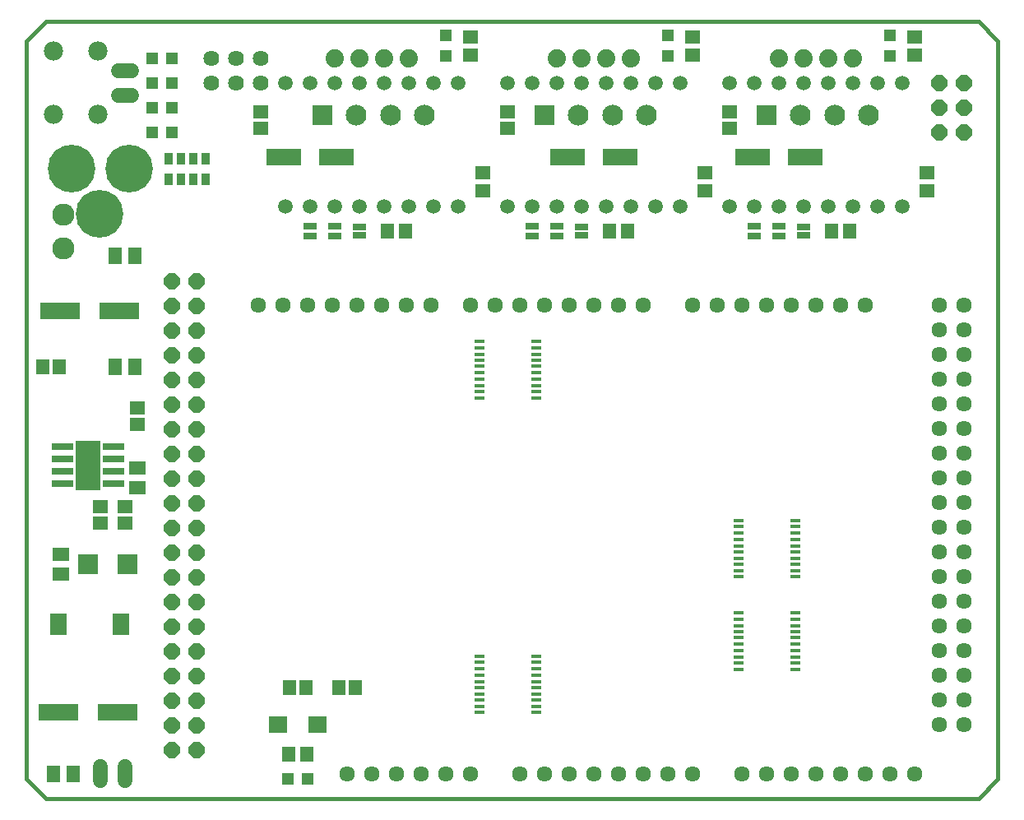
<source format=gts>
G75*
%MOIN*%
%OFA0B0*%
%FSLAX24Y24*%
%IPPOS*%
%LPD*%
%AMOC8*
5,1,8,0,0,1.08239X$1,22.5*
%
%ADD10C,0.0160*%
%ADD11C,0.0634*%
%ADD12R,0.0512X0.0512*%
%ADD13R,0.0552X0.0631*%
%ADD14C,0.0740*%
%ADD15C,0.0594*%
%ADD16C,0.0640*%
%ADD17R,0.0631X0.0552*%
%ADD18R,0.1418X0.0670*%
%ADD19C,0.1930*%
%ADD20C,0.0600*%
%ADD21R,0.0840X0.0840*%
%ADD22C,0.0840*%
%ADD23C,0.0900*%
%ADD24C,0.0780*%
%ADD25OC8,0.0640*%
%ADD26R,0.0540X0.0290*%
%ADD27R,0.0335X0.0473*%
%ADD28R,0.0906X0.0276*%
%ADD29R,0.1040X0.2040*%
%ADD30R,0.0670X0.0552*%
%ADD31R,0.0552X0.0670*%
%ADD32R,0.1615X0.0670*%
%ADD33R,0.0670X0.0906*%
%ADD34R,0.0394X0.0177*%
%ADD35R,0.0827X0.0827*%
%ADD36R,0.0749X0.0709*%
D10*
X002145Y001680D02*
X039940Y001680D01*
X040727Y002467D01*
X040727Y032389D01*
X039940Y033176D01*
X002145Y033176D01*
X001357Y032389D01*
X001357Y002467D01*
X002145Y001680D01*
D11*
X014357Y002680D03*
X015357Y002680D03*
X016357Y002680D03*
X017357Y002680D03*
X018357Y002680D03*
X019357Y002680D03*
X021357Y002680D03*
X022357Y002680D03*
X023357Y002680D03*
X024357Y002680D03*
X025357Y002680D03*
X026357Y002680D03*
X027357Y002680D03*
X028357Y002680D03*
X030357Y002680D03*
X031357Y002680D03*
X032357Y002680D03*
X033357Y002680D03*
X034357Y002680D03*
X035357Y002680D03*
X036357Y002680D03*
X037357Y002680D03*
X038357Y004680D03*
X039357Y004680D03*
X039357Y005680D03*
X038357Y005680D03*
X038357Y006680D03*
X039357Y006680D03*
X039357Y007680D03*
X038357Y007680D03*
X038357Y008680D03*
X039357Y008680D03*
X039357Y009680D03*
X038357Y009680D03*
X038357Y010680D03*
X038357Y011680D03*
X039357Y011680D03*
X039357Y010680D03*
X039357Y012680D03*
X038357Y012680D03*
X038357Y013680D03*
X039357Y013680D03*
X039357Y014680D03*
X038357Y014680D03*
X038357Y015680D03*
X039357Y015680D03*
X039357Y016680D03*
X038357Y016680D03*
X038357Y017680D03*
X039357Y017680D03*
X039357Y018680D03*
X038357Y018680D03*
X038357Y019680D03*
X039357Y019680D03*
X039357Y020680D03*
X038357Y020680D03*
X038357Y021680D03*
X039357Y021680D03*
X035357Y021680D03*
X034357Y021680D03*
X033357Y021680D03*
X032357Y021680D03*
X031357Y021680D03*
X030357Y021680D03*
X029357Y021680D03*
X028357Y021680D03*
X026357Y021680D03*
X025357Y021680D03*
X024357Y021680D03*
X023357Y021680D03*
X022357Y021680D03*
X021357Y021680D03*
X020357Y021680D03*
X019357Y021680D03*
X017757Y021680D03*
X016757Y021680D03*
X015757Y021680D03*
X014757Y021680D03*
X013757Y021680D03*
X012757Y021680D03*
X011757Y021680D03*
X010757Y021680D03*
D12*
X007271Y028680D03*
X006444Y028680D03*
X006444Y029680D03*
X007271Y029680D03*
X007271Y030680D03*
X006444Y030680D03*
X006444Y031680D03*
X007271Y031680D03*
X018357Y031767D03*
X018357Y032593D03*
X027357Y032593D03*
X027357Y031767D03*
X036357Y031767D03*
X036357Y032593D03*
X012771Y002480D03*
X011944Y002480D03*
D13*
X011983Y003480D03*
X012731Y003480D03*
X012692Y006180D03*
X012023Y006180D03*
X014023Y006180D03*
X014692Y006180D03*
X002692Y019180D03*
X002023Y019180D03*
X015983Y024680D03*
X016731Y024680D03*
X024983Y024680D03*
X025731Y024680D03*
X033983Y024680D03*
X034731Y024680D03*
D14*
X034857Y031680D03*
X033857Y031680D03*
X032857Y031680D03*
X031857Y031680D03*
X025857Y031680D03*
X024857Y031680D03*
X023857Y031680D03*
X022857Y031680D03*
X016857Y031680D03*
X015857Y031680D03*
X014857Y031680D03*
X013857Y031680D03*
D15*
X013857Y030680D03*
X014857Y030680D03*
X015857Y030680D03*
X016857Y030680D03*
X017857Y030680D03*
X018857Y030680D03*
X020857Y030680D03*
X021857Y030680D03*
X022857Y030680D03*
X023857Y030680D03*
X024857Y030680D03*
X025857Y030680D03*
X026857Y030680D03*
X027857Y030680D03*
X029857Y030680D03*
X030857Y030680D03*
X031857Y030680D03*
X032857Y030680D03*
X033857Y030680D03*
X034857Y030680D03*
X035857Y030680D03*
X036857Y030680D03*
X036857Y025680D03*
X035857Y025680D03*
X034857Y025680D03*
X033857Y025680D03*
X032857Y025680D03*
X031857Y025680D03*
X030857Y025680D03*
X029857Y025680D03*
X027857Y025680D03*
X026857Y025680D03*
X025857Y025680D03*
X024857Y025680D03*
X023857Y025680D03*
X022857Y025680D03*
X021857Y025680D03*
X020857Y025680D03*
X018857Y025680D03*
X017857Y025680D03*
X016857Y025680D03*
X015857Y025680D03*
X014857Y025680D03*
X013857Y025680D03*
X012857Y025680D03*
X011857Y025680D03*
X011857Y030680D03*
X012857Y030680D03*
D16*
X010857Y030680D03*
X009857Y030680D03*
X008857Y030680D03*
X008857Y031680D03*
X009857Y031680D03*
X010857Y031680D03*
D17*
X010857Y029515D03*
X010857Y028845D03*
X019357Y031806D03*
X019357Y032554D03*
X020857Y029515D03*
X020857Y028845D03*
X019857Y027054D03*
X019857Y026306D03*
X028357Y031806D03*
X028357Y032554D03*
X029857Y029515D03*
X029857Y028845D03*
X028857Y027054D03*
X028857Y026306D03*
X037357Y031806D03*
X037357Y032554D03*
X037857Y027054D03*
X037857Y026306D03*
X005857Y017515D03*
X005857Y016845D03*
X005357Y013515D03*
X005357Y012845D03*
X004357Y012845D03*
X004357Y013515D03*
D18*
X011794Y027680D03*
X013920Y027680D03*
X023294Y027680D03*
X025420Y027680D03*
X030794Y027680D03*
X032920Y027680D03*
D19*
X005515Y027219D03*
X004334Y025369D03*
X003192Y027219D03*
D20*
X005077Y030180D02*
X005637Y030180D01*
X005637Y031180D02*
X005077Y031180D01*
X005357Y002960D02*
X005357Y002400D01*
X004357Y002400D02*
X004357Y002960D01*
D21*
X013357Y029380D03*
X022357Y029380D03*
X031357Y029380D03*
D22*
X032735Y029380D03*
X034113Y029380D03*
X035491Y029380D03*
X026491Y029380D03*
X025113Y029380D03*
X023735Y029380D03*
X017491Y029380D03*
X016113Y029380D03*
X014735Y029380D03*
D23*
X002857Y025349D03*
X002857Y023971D03*
D24*
X002467Y029400D03*
X004247Y029400D03*
X004247Y031960D03*
X002467Y031960D03*
D25*
X007243Y022637D03*
X008243Y022637D03*
X008243Y021637D03*
X007243Y021637D03*
X007243Y020637D03*
X008243Y020637D03*
X008243Y019637D03*
X007243Y019637D03*
X007243Y018637D03*
X008243Y018637D03*
X008243Y017637D03*
X007243Y017637D03*
X007243Y016637D03*
X008243Y016637D03*
X008243Y015637D03*
X007243Y015637D03*
X007243Y014637D03*
X008243Y014637D03*
X008243Y013637D03*
X007243Y013637D03*
X007243Y012637D03*
X008243Y012637D03*
X008243Y011637D03*
X007243Y011637D03*
X007243Y010637D03*
X008243Y010637D03*
X008243Y009637D03*
X007243Y009637D03*
X007243Y008637D03*
X008243Y008637D03*
X008243Y007637D03*
X007243Y007637D03*
X007243Y006637D03*
X008243Y006637D03*
X008243Y005637D03*
X007243Y005637D03*
X007243Y004637D03*
X008243Y004637D03*
X008243Y003637D03*
X007243Y003637D03*
X038357Y028680D03*
X039357Y028680D03*
X039357Y029680D03*
X038357Y029680D03*
X038357Y030680D03*
X039357Y030680D03*
D26*
X032857Y024857D03*
X032857Y024503D03*
X031857Y024480D03*
X031857Y024880D03*
X030857Y024880D03*
X030857Y024480D03*
X023857Y024503D03*
X023857Y024857D03*
X022857Y024880D03*
X022857Y024480D03*
X021857Y024480D03*
X021857Y024880D03*
X014857Y024857D03*
X014857Y024503D03*
X013857Y024480D03*
X013857Y024880D03*
X012857Y024880D03*
X012857Y024480D03*
D27*
X008607Y026759D03*
X008107Y026759D03*
X007607Y026759D03*
X007107Y026759D03*
X007107Y027601D03*
X007607Y027601D03*
X008107Y027601D03*
X008607Y027601D03*
D28*
X004881Y015930D03*
X004881Y015430D03*
X004881Y014930D03*
X004881Y014430D03*
X002834Y014430D03*
X002834Y014930D03*
X002834Y015430D03*
X002834Y015930D03*
D29*
X003857Y015180D03*
D30*
X005857Y015074D03*
X005857Y014286D03*
X002757Y011574D03*
X002757Y010786D03*
D31*
X002464Y002680D03*
X003251Y002680D03*
X004964Y019180D03*
X005751Y019180D03*
X005751Y023680D03*
X004964Y023680D03*
D32*
X005109Y021444D03*
X002708Y021444D03*
X002656Y005180D03*
X005058Y005180D03*
D33*
X005176Y008731D03*
X002656Y008731D03*
D34*
X019706Y007448D03*
X019706Y007192D03*
X019706Y006936D03*
X019706Y006680D03*
X019706Y006424D03*
X019706Y006168D03*
X019706Y005912D03*
X019706Y005674D03*
X019706Y005418D03*
X019706Y005162D03*
X022009Y005162D03*
X022009Y005418D03*
X022009Y005674D03*
X022009Y005912D03*
X022009Y006168D03*
X022009Y006424D03*
X022009Y006680D03*
X022009Y006936D03*
X022009Y007192D03*
X022009Y007448D03*
X030206Y007424D03*
X030206Y007168D03*
X030206Y006912D03*
X030206Y007680D03*
X030206Y007936D03*
X030206Y008192D03*
X030206Y008448D03*
X030206Y008686D03*
X030206Y008942D03*
X030206Y009198D03*
X030206Y010662D03*
X030206Y010918D03*
X030206Y011174D03*
X030206Y011412D03*
X030206Y011668D03*
X030206Y011924D03*
X030206Y012180D03*
X030206Y012436D03*
X030206Y012692D03*
X030206Y012948D03*
X032509Y012948D03*
X032509Y012692D03*
X032509Y012436D03*
X032509Y012180D03*
X032509Y011924D03*
X032509Y011668D03*
X032509Y011412D03*
X032509Y011174D03*
X032509Y010918D03*
X032509Y010662D03*
X032509Y009198D03*
X032509Y008942D03*
X032509Y008686D03*
X032509Y008448D03*
X032509Y008192D03*
X032509Y007936D03*
X032509Y007680D03*
X032509Y007424D03*
X032509Y007168D03*
X032509Y006912D03*
X022009Y017912D03*
X022009Y018168D03*
X022009Y018424D03*
X022009Y018680D03*
X022009Y018936D03*
X022009Y019192D03*
X022009Y019448D03*
X022009Y019686D03*
X022009Y019942D03*
X022009Y020198D03*
X019706Y020198D03*
X019706Y019942D03*
X019706Y019686D03*
X019706Y019448D03*
X019706Y019192D03*
X019706Y018936D03*
X019706Y018680D03*
X019706Y018424D03*
X019706Y018168D03*
X019706Y017912D03*
D35*
X005445Y011180D03*
X003870Y011180D03*
D36*
X011550Y004680D03*
X013164Y004680D03*
M02*

</source>
